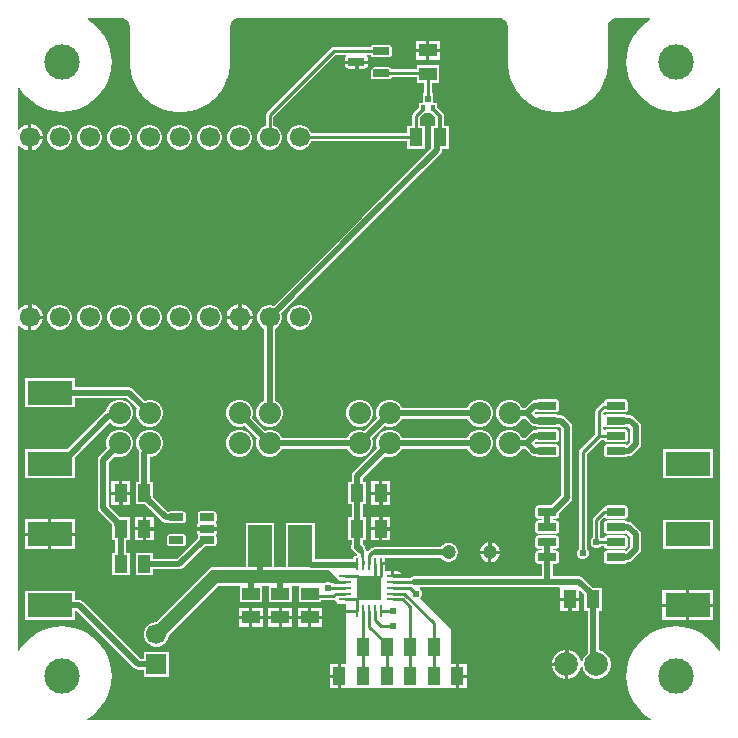
<source format=gbr>
%TF.GenerationSoftware,Altium Limited,Altium Designer,22.7.1 (60)*%
G04 Layer_Physical_Order=1*
G04 Layer_Color=255*
%FSLAX43Y43*%
%MOMM*%
%TF.SameCoordinates,DFFB733E-25EA-4B03-B04C-AB34F345C761*%
%TF.FilePolarity,Positive*%
%TF.FileFunction,Copper,L1,Top,Signal*%
%TF.Part,Single*%
G01*
G75*
%TA.AperFunction,Conductor*%
%ADD10C,0.200*%
%ADD11C,0.250*%
%TA.AperFunction,SMDPad,CuDef*%
G04:AMPARAMS|DCode=12|XSize=1.6mm|YSize=0.7mm|CornerRadius=0.018mm|HoleSize=0mm|Usage=FLASHONLY|Rotation=180.000|XOffset=0mm|YOffset=0mm|HoleType=Round|Shape=RoundedRectangle|*
%AMROUNDEDRECTD12*
21,1,1.600,0.665,0,0,180.0*
21,1,1.565,0.700,0,0,180.0*
1,1,0.035,-0.782,0.333*
1,1,0.035,0.782,0.333*
1,1,0.035,0.782,-0.333*
1,1,0.035,-0.782,-0.333*
%
%ADD12ROUNDEDRECTD12*%
%ADD13R,0.370X0.500*%
%ADD14R,0.470X0.500*%
%ADD15R,1.100X1.500*%
G04:AMPARAMS|DCode=16|XSize=0.25mm|YSize=1mm|CornerRadius=0.025mm|HoleSize=0mm|Usage=FLASHONLY|Rotation=90.000|XOffset=0mm|YOffset=0mm|HoleType=Round|Shape=RoundedRectangle|*
%AMROUNDEDRECTD16*
21,1,0.250,0.950,0,0,90.0*
21,1,0.200,1.000,0,0,90.0*
1,1,0.050,0.475,0.100*
1,1,0.050,0.475,-0.100*
1,1,0.050,-0.475,-0.100*
1,1,0.050,-0.475,0.100*
%
%ADD16ROUNDEDRECTD16*%
G04:AMPARAMS|DCode=17|XSize=0.25mm|YSize=1mm|CornerRadius=0.025mm|HoleSize=0mm|Usage=FLASHONLY|Rotation=0.000|XOffset=0mm|YOffset=0mm|HoleType=Round|Shape=RoundedRectangle|*
%AMROUNDEDRECTD17*
21,1,0.250,0.950,0,0,0.0*
21,1,0.200,1.000,0,0,0.0*
1,1,0.050,0.100,-0.475*
1,1,0.050,-0.100,-0.475*
1,1,0.050,-0.100,0.475*
1,1,0.050,0.100,0.475*
%
%ADD17ROUNDEDRECTD17*%
%ADD18R,2.050X2.050*%
G04:AMPARAMS|DCode=19|XSize=1.2mm|YSize=0.6mm|CornerRadius=0.036mm|HoleSize=0mm|Usage=FLASHONLY|Rotation=180.000|XOffset=0mm|YOffset=0mm|HoleType=Round|Shape=RoundedRectangle|*
%AMROUNDEDRECTD19*
21,1,1.200,0.528,0,0,180.0*
21,1,1.128,0.600,0,0,180.0*
1,1,0.072,-0.564,0.264*
1,1,0.072,0.564,0.264*
1,1,0.072,0.564,-0.264*
1,1,0.072,-0.564,-0.264*
%
%ADD19ROUNDEDRECTD19*%
G04:AMPARAMS|DCode=20|XSize=1.4mm|YSize=0.6mm|CornerRadius=0.045mm|HoleSize=0mm|Usage=FLASHONLY|Rotation=180.000|XOffset=0mm|YOffset=0mm|HoleType=Round|Shape=RoundedRectangle|*
%AMROUNDEDRECTD20*
21,1,1.400,0.510,0,0,180.0*
21,1,1.310,0.600,0,0,180.0*
1,1,0.090,-0.655,0.255*
1,1,0.090,0.655,0.255*
1,1,0.090,0.655,-0.255*
1,1,0.090,-0.655,-0.255*
%
%ADD20ROUNDEDRECTD20*%
%ADD21R,2.000X3.600*%
%ADD22R,1.500X1.100*%
%ADD23R,3.800X2.030*%
%TA.AperFunction,Conductor*%
%ADD24C,0.500*%
%ADD25C,0.350*%
%TA.AperFunction,ComponentPad*%
%ADD26C,2.000*%
%ADD27C,1.700*%
%ADD28R,1.700X1.700*%
%ADD29C,1.875*%
%ADD30C,1.200*%
%TA.AperFunction,WasherPad*%
%ADD31C,3.000*%
%TA.AperFunction,ViaPad*%
%ADD32C,0.610*%
G36*
X53855Y59618D02*
X53438Y59339D01*
X53024Y58976D01*
X52661Y58562D01*
X52355Y58105D01*
X52111Y57611D01*
X51934Y57089D01*
X51827Y56549D01*
X51791Y56000D01*
X51827Y55451D01*
X51934Y54911D01*
X52111Y54389D01*
X52355Y53895D01*
X52661Y53438D01*
X53024Y53024D01*
X53438Y52661D01*
X53896Y52355D01*
X54389Y52111D01*
X54911Y51934D01*
X55451Y51827D01*
X56000Y51791D01*
X56549Y51827D01*
X57089Y51934D01*
X57611Y52111D01*
X58104Y52355D01*
X58562Y52661D01*
X58976Y53024D01*
X59339Y53438D01*
X59618Y53855D01*
X59745Y53817D01*
Y6183D01*
X59618Y6145D01*
X59339Y6562D01*
X58976Y6976D01*
X58562Y7339D01*
X58104Y7645D01*
X57611Y7889D01*
X57089Y8066D01*
X56549Y8173D01*
X56000Y8209D01*
X55451Y8173D01*
X54911Y8066D01*
X54389Y7889D01*
X53896Y7645D01*
X53438Y7339D01*
X53024Y6976D01*
X52661Y6562D01*
X52355Y6104D01*
X52111Y5611D01*
X51934Y5089D01*
X51827Y4549D01*
X51791Y4000D01*
X51827Y3451D01*
X51934Y2911D01*
X52111Y2389D01*
X52355Y1895D01*
X52661Y1438D01*
X53024Y1024D01*
X53438Y661D01*
X53855Y382D01*
X53817Y255D01*
X6183D01*
X6145Y382D01*
X6562Y661D01*
X6976Y1024D01*
X7339Y1438D01*
X7645Y1895D01*
X7889Y2389D01*
X8066Y2911D01*
X8173Y3451D01*
X8209Y4000D01*
X8173Y4549D01*
X8066Y5089D01*
X7889Y5611D01*
X7645Y6104D01*
X7339Y6562D01*
X6976Y6976D01*
X6562Y7339D01*
X6105Y7645D01*
X5611Y7889D01*
X5089Y8066D01*
X4549Y8173D01*
X4000Y8209D01*
X3451Y8173D01*
X2911Y8066D01*
X2389Y7889D01*
X1895Y7645D01*
X1438Y7339D01*
X1024Y6976D01*
X661Y6562D01*
X382Y6145D01*
X255Y6183D01*
Y33685D01*
X378Y33718D01*
X387Y33702D01*
X592Y33497D01*
X844Y33351D01*
X1125Y33276D01*
X1143D01*
Y34380D01*
X1270D01*
D01*
X1143D01*
Y35484D01*
X1125D01*
X844Y35409D01*
X592Y35263D01*
X387Y35058D01*
X378Y35042D01*
X255Y35075D01*
Y48925D01*
X378Y48958D01*
X387Y48942D01*
X592Y48737D01*
X844Y48591D01*
X1125Y48516D01*
X1143D01*
Y49620D01*
Y50724D01*
X1125D01*
X844Y50649D01*
X592Y50503D01*
X387Y50298D01*
X378Y50282D01*
X255Y50315D01*
Y53817D01*
X382Y53855D01*
X661Y53438D01*
X1024Y53024D01*
X1438Y52661D01*
X1895Y52355D01*
X2389Y52111D01*
X2911Y51934D01*
X3451Y51827D01*
X4000Y51791D01*
X4549Y51827D01*
X5089Y51934D01*
X5611Y52111D01*
X6105Y52355D01*
X6562Y52661D01*
X6976Y53024D01*
X7339Y53438D01*
X7645Y53895D01*
X7889Y54389D01*
X8066Y54911D01*
X8173Y55451D01*
X8209Y56000D01*
X8173Y56549D01*
X8066Y57089D01*
X7889Y57611D01*
X7645Y58105D01*
X7339Y58562D01*
X6976Y58976D01*
X6562Y59339D01*
X6145Y59618D01*
X6183Y59745D01*
X9073D01*
X9217Y59716D01*
X9353Y59660D01*
X9475Y59579D01*
X9579Y59475D01*
X9660Y59353D01*
X9716Y59217D01*
X9745Y59073D01*
Y59000D01*
X9745Y58969D01*
X9745Y58969D01*
X9745Y58969D01*
Y56000D01*
X9746Y55996D01*
X9745Y55992D01*
X9754Y55730D01*
X9757Y55718D01*
X9756Y55705D01*
X9824Y55186D01*
X9830Y55170D01*
X9831Y55154D01*
X9966Y54648D01*
X9974Y54633D01*
X9977Y54617D01*
X10177Y54133D01*
X10186Y54119D01*
X10192Y54103D01*
X10453Y53650D01*
X10464Y53638D01*
X10472Y53623D01*
X10790Y53207D01*
X10803Y53196D01*
X10812Y53182D01*
X11182Y52812D01*
X11196Y52803D01*
X11207Y52790D01*
X11623Y52472D01*
X11638Y52464D01*
X11650Y52453D01*
X12103Y52192D01*
X12119Y52186D01*
X12133Y52177D01*
X12617Y51977D01*
X12633Y51974D01*
X12648Y51966D01*
X13154Y51831D01*
X13170Y51830D01*
X13186Y51824D01*
X13705Y51756D01*
X13718Y51757D01*
X13730Y51754D01*
X13992Y51745D01*
X14000Y51747D01*
X14008Y51745D01*
X14270Y51754D01*
X14282Y51757D01*
X14295Y51756D01*
X14814Y51824D01*
X14830Y51830D01*
X14846Y51831D01*
X15352Y51966D01*
X15367Y51974D01*
X15383Y51977D01*
X15867Y52177D01*
X15881Y52186D01*
X15897Y52192D01*
X16350Y52453D01*
X16362Y52464D01*
X16377Y52472D01*
X16793Y52790D01*
X16804Y52803D01*
X16818Y52812D01*
X17188Y53182D01*
X17197Y53196D01*
X17210Y53207D01*
X17528Y53623D01*
X17536Y53638D01*
X17547Y53650D01*
X17808Y54103D01*
X17814Y54119D01*
X17823Y54133D01*
X18023Y54617D01*
X18026Y54633D01*
X18034Y54648D01*
X18169Y55154D01*
X18170Y55170D01*
X18176Y55186D01*
X18244Y55705D01*
X18243Y55718D01*
X18246Y55730D01*
X18255Y55992D01*
X18254Y55996D01*
X18255Y56000D01*
Y59073D01*
X18284Y59217D01*
X18340Y59353D01*
X18421Y59475D01*
X18525Y59579D01*
X18647Y59660D01*
X18783Y59716D01*
X18927Y59745D01*
X41073D01*
X41217Y59716D01*
X41353Y59660D01*
X41475Y59579D01*
X41579Y59475D01*
X41660Y59353D01*
X41716Y59217D01*
X41745Y59073D01*
Y56000D01*
X41746Y55996D01*
X41745Y55992D01*
X41754Y55730D01*
X41757Y55718D01*
X41756Y55705D01*
X41824Y55186D01*
X41830Y55170D01*
X41831Y55154D01*
X41966Y54648D01*
X41974Y54633D01*
X41977Y54617D01*
X42177Y54133D01*
X42186Y54119D01*
X42192Y54103D01*
X42453Y53650D01*
X42464Y53638D01*
X42472Y53623D01*
X42790Y53207D01*
X42803Y53196D01*
X42812Y53182D01*
X43182Y52812D01*
X43196Y52803D01*
X43207Y52790D01*
X43623Y52472D01*
X43638Y52464D01*
X43650Y52453D01*
X44103Y52192D01*
X44119Y52186D01*
X44133Y52177D01*
X44617Y51977D01*
X44633Y51974D01*
X44648Y51966D01*
X45154Y51831D01*
X45170Y51830D01*
X45186Y51824D01*
X45705Y51756D01*
X45718Y51757D01*
X45730Y51754D01*
X45992Y51745D01*
X46000Y51747D01*
X46008Y51745D01*
X46270Y51754D01*
X46282Y51757D01*
X46295Y51756D01*
X46814Y51824D01*
X46830Y51830D01*
X46846Y51831D01*
X47352Y51966D01*
X47367Y51974D01*
X47383Y51977D01*
X47867Y52177D01*
X47881Y52186D01*
X47897Y52192D01*
X48350Y52453D01*
X48362Y52464D01*
X48377Y52472D01*
X48793Y52790D01*
X48804Y52803D01*
X48818Y52812D01*
X49188Y53182D01*
X49197Y53196D01*
X49210Y53207D01*
X49528Y53623D01*
X49536Y53638D01*
X49547Y53650D01*
X49808Y54103D01*
X49814Y54119D01*
X49823Y54133D01*
X50023Y54617D01*
X50026Y54633D01*
X50034Y54648D01*
X50169Y55154D01*
X50170Y55170D01*
X50176Y55186D01*
X50244Y55705D01*
X50243Y55718D01*
X50246Y55730D01*
X50255Y55992D01*
X50254Y55996D01*
X50255Y56000D01*
Y59073D01*
X50284Y59217D01*
X50340Y59353D01*
X50421Y59475D01*
X50525Y59579D01*
X50647Y59660D01*
X50783Y59716D01*
X50927Y59745D01*
X53817D01*
X53855Y59618D01*
D02*
G37*
%LPC*%
G36*
X36004Y57804D02*
X35127D01*
Y57127D01*
X36004D01*
Y57804D01*
D02*
G37*
G36*
X34873D02*
X33996D01*
Y57127D01*
X34873D01*
Y57804D01*
D02*
G37*
G36*
X31705Y57455D02*
X30395D01*
X30299Y57436D01*
X30218Y57382D01*
X30164Y57301D01*
X30160Y57281D01*
X27050D01*
X26923Y57256D01*
X26816Y57184D01*
X21356Y51724D01*
X21284Y51617D01*
X21259Y51490D01*
Y50618D01*
X21185Y50598D01*
X20945Y50460D01*
X20750Y50265D01*
X20612Y50025D01*
X20540Y49758D01*
Y49482D01*
X20612Y49215D01*
X20750Y48975D01*
X20945Y48780D01*
X21185Y48642D01*
X21452Y48570D01*
X21728D01*
X21995Y48642D01*
X22235Y48780D01*
X22430Y48975D01*
X22568Y49215D01*
X22640Y49482D01*
Y49758D01*
X22568Y50025D01*
X22430Y50265D01*
X22235Y50460D01*
X21995Y50598D01*
X21921Y50618D01*
Y51353D01*
X27187Y56619D01*
X28072D01*
X28111Y56492D01*
X28079Y56471D01*
X28013Y56372D01*
X27990Y56255D01*
Y56127D01*
X28950D01*
X29910D01*
Y56255D01*
X29887Y56372D01*
X29821Y56471D01*
X29789Y56492D01*
X29828Y56619D01*
X30160D01*
X30164Y56599D01*
X30218Y56518D01*
X30299Y56464D01*
X30395Y56445D01*
X31705D01*
X31801Y56464D01*
X31882Y56518D01*
X31936Y56599D01*
X31955Y56695D01*
Y57205D01*
X31936Y57301D01*
X31882Y57382D01*
X31801Y57436D01*
X31705Y57455D01*
D02*
G37*
G36*
X36004Y56873D02*
X35127D01*
Y56196D01*
X36004D01*
Y56873D01*
D02*
G37*
G36*
X34873D02*
X33996D01*
Y56196D01*
X34873D01*
Y56873D01*
D02*
G37*
G36*
X29910Y55873D02*
X29077D01*
Y55440D01*
X29605D01*
X29722Y55463D01*
X29821Y55529D01*
X29887Y55628D01*
X29910Y55745D01*
Y55873D01*
D02*
G37*
G36*
X28823D02*
X27990D01*
Y55745D01*
X28013Y55628D01*
X28079Y55529D01*
X28178Y55463D01*
X28295Y55440D01*
X28823D01*
Y55873D01*
D02*
G37*
G36*
X35950Y55750D02*
X34050D01*
Y55381D01*
X31940D01*
X31936Y55401D01*
X31882Y55482D01*
X31801Y55536D01*
X31705Y55555D01*
X30395D01*
X30299Y55536D01*
X30218Y55482D01*
X30164Y55401D01*
X30145Y55305D01*
Y54795D01*
X30164Y54699D01*
X30218Y54618D01*
X30299Y54564D01*
X30395Y54545D01*
X31705D01*
X31801Y54564D01*
X31882Y54618D01*
X31936Y54699D01*
X31940Y54719D01*
X34050D01*
Y54250D01*
X34669D01*
Y53350D01*
X34565D01*
Y52550D01*
X34215D01*
Y52119D01*
X33766Y51669D01*
X33694Y51562D01*
X33669Y51435D01*
Y50570D01*
X33250D01*
Y49951D01*
X25128D01*
X25108Y50025D01*
X24970Y50265D01*
X24775Y50460D01*
X24535Y50598D01*
X24268Y50670D01*
X23992D01*
X23725Y50598D01*
X23485Y50460D01*
X23290Y50265D01*
X23152Y50025D01*
X23080Y49758D01*
Y49482D01*
X23152Y49215D01*
X23290Y48975D01*
X23485Y48780D01*
X23725Y48642D01*
X23992Y48570D01*
X24268D01*
X24535Y48642D01*
X24775Y48780D01*
X24970Y48975D01*
X25108Y49215D01*
X25128Y49289D01*
X33250D01*
Y48670D01*
X34750D01*
Y50570D01*
X34331D01*
Y51298D01*
X34684Y51650D01*
X34985D01*
Y51650D01*
X35015D01*
Y51650D01*
X35244D01*
X35618Y51277D01*
Y50570D01*
X35250D01*
Y48689D01*
X29386Y42824D01*
X29386Y42824D01*
X21936Y35374D01*
X21728Y35430D01*
X21452D01*
X21185Y35358D01*
X20945Y35220D01*
X20750Y35025D01*
X20612Y34785D01*
X20540Y34518D01*
Y34242D01*
X20612Y33975D01*
X20750Y33735D01*
X20945Y33540D01*
X21131Y33432D01*
Y27319D01*
X20892Y27180D01*
X20680Y26968D01*
X20530Y26709D01*
X20452Y26420D01*
Y26120D01*
X20530Y25831D01*
X20680Y25572D01*
X20892Y25360D01*
X21151Y25210D01*
X21440Y25132D01*
X21740D01*
X22029Y25210D01*
X22288Y25360D01*
X22500Y25572D01*
X22650Y25831D01*
X22728Y26120D01*
Y26420D01*
X22650Y26709D01*
X22500Y26968D01*
X22288Y27180D01*
X22049Y27319D01*
Y33432D01*
X22235Y33540D01*
X22430Y33735D01*
X22568Y33975D01*
X22640Y34242D01*
Y34518D01*
X22584Y34726D01*
X30034Y42176D01*
X30034Y42176D01*
X36059Y48200D01*
X36159Y48349D01*
X36194Y48525D01*
Y48670D01*
X36750D01*
Y50570D01*
X36382D01*
Y51435D01*
X36353Y51581D01*
X36270Y51705D01*
X35785Y52191D01*
Y52550D01*
X35435D01*
Y53350D01*
X35331D01*
Y54250D01*
X35950D01*
Y55750D01*
D02*
G37*
G36*
X1415Y50724D02*
X1397D01*
Y49747D01*
X2374D01*
Y49765D01*
X2299Y50046D01*
X2153Y50298D01*
X1948Y50503D01*
X1696Y50649D01*
X1415Y50724D01*
D02*
G37*
G36*
X19188Y50670D02*
X18912D01*
X18645Y50598D01*
X18405Y50460D01*
X18210Y50265D01*
X18072Y50025D01*
X18000Y49758D01*
Y49482D01*
X18072Y49215D01*
X18210Y48975D01*
X18405Y48780D01*
X18645Y48642D01*
X18912Y48570D01*
X19188D01*
X19455Y48642D01*
X19695Y48780D01*
X19890Y48975D01*
X20028Y49215D01*
X20100Y49482D01*
Y49758D01*
X20028Y50025D01*
X19890Y50265D01*
X19695Y50460D01*
X19455Y50598D01*
X19188Y50670D01*
D02*
G37*
G36*
X16648D02*
X16372D01*
X16105Y50598D01*
X15865Y50460D01*
X15670Y50265D01*
X15532Y50025D01*
X15460Y49758D01*
Y49482D01*
X15532Y49215D01*
X15670Y48975D01*
X15865Y48780D01*
X16105Y48642D01*
X16372Y48570D01*
X16648D01*
X16915Y48642D01*
X17155Y48780D01*
X17350Y48975D01*
X17488Y49215D01*
X17560Y49482D01*
Y49758D01*
X17488Y50025D01*
X17350Y50265D01*
X17155Y50460D01*
X16915Y50598D01*
X16648Y50670D01*
D02*
G37*
G36*
X14108D02*
X13832D01*
X13565Y50598D01*
X13325Y50460D01*
X13130Y50265D01*
X12992Y50025D01*
X12920Y49758D01*
Y49482D01*
X12992Y49215D01*
X13130Y48975D01*
X13325Y48780D01*
X13565Y48642D01*
X13832Y48570D01*
X14108D01*
X14375Y48642D01*
X14615Y48780D01*
X14810Y48975D01*
X14948Y49215D01*
X15020Y49482D01*
Y49758D01*
X14948Y50025D01*
X14810Y50265D01*
X14615Y50460D01*
X14375Y50598D01*
X14108Y50670D01*
D02*
G37*
G36*
X11568D02*
X11292D01*
X11025Y50598D01*
X10785Y50460D01*
X10590Y50265D01*
X10452Y50025D01*
X10380Y49758D01*
Y49482D01*
X10452Y49215D01*
X10590Y48975D01*
X10785Y48780D01*
X11025Y48642D01*
X11292Y48570D01*
X11568D01*
X11835Y48642D01*
X12075Y48780D01*
X12270Y48975D01*
X12408Y49215D01*
X12480Y49482D01*
Y49758D01*
X12408Y50025D01*
X12270Y50265D01*
X12075Y50460D01*
X11835Y50598D01*
X11568Y50670D01*
D02*
G37*
G36*
X9028D02*
X8752D01*
X8485Y50598D01*
X8245Y50460D01*
X8050Y50265D01*
X7912Y50025D01*
X7840Y49758D01*
Y49482D01*
X7912Y49215D01*
X8050Y48975D01*
X8245Y48780D01*
X8485Y48642D01*
X8752Y48570D01*
X9028D01*
X9295Y48642D01*
X9535Y48780D01*
X9730Y48975D01*
X9868Y49215D01*
X9940Y49482D01*
Y49758D01*
X9868Y50025D01*
X9730Y50265D01*
X9535Y50460D01*
X9295Y50598D01*
X9028Y50670D01*
D02*
G37*
G36*
X6488D02*
X6212D01*
X5945Y50598D01*
X5705Y50460D01*
X5510Y50265D01*
X5372Y50025D01*
X5300Y49758D01*
Y49482D01*
X5372Y49215D01*
X5510Y48975D01*
X5705Y48780D01*
X5945Y48642D01*
X6212Y48570D01*
X6488D01*
X6755Y48642D01*
X6995Y48780D01*
X7190Y48975D01*
X7328Y49215D01*
X7400Y49482D01*
Y49758D01*
X7328Y50025D01*
X7190Y50265D01*
X6995Y50460D01*
X6755Y50598D01*
X6488Y50670D01*
D02*
G37*
G36*
X3948D02*
X3672D01*
X3405Y50598D01*
X3165Y50460D01*
X2970Y50265D01*
X2832Y50025D01*
X2760Y49758D01*
Y49482D01*
X2832Y49215D01*
X2970Y48975D01*
X3165Y48780D01*
X3405Y48642D01*
X3672Y48570D01*
X3948D01*
X4215Y48642D01*
X4455Y48780D01*
X4650Y48975D01*
X4788Y49215D01*
X4860Y49482D01*
Y49758D01*
X4788Y50025D01*
X4650Y50265D01*
X4455Y50460D01*
X4215Y50598D01*
X3948Y50670D01*
D02*
G37*
G36*
X2374Y49493D02*
X1397D01*
Y48516D01*
X1415D01*
X1696Y48591D01*
X1948Y48737D01*
X2153Y48942D01*
X2299Y49194D01*
X2374Y49475D01*
Y49493D01*
D02*
G37*
G36*
X19195Y35484D02*
X19177D01*
Y34507D01*
X20154D01*
Y34525D01*
X20079Y34806D01*
X19933Y35058D01*
X19728Y35263D01*
X19476Y35409D01*
X19195Y35484D01*
D02*
G37*
G36*
X1415D02*
X1397D01*
Y34507D01*
X2374D01*
Y34525D01*
X2299Y34806D01*
X2153Y35058D01*
X1948Y35263D01*
X1696Y35409D01*
X1415Y35484D01*
D02*
G37*
G36*
X18923D02*
X18905D01*
X18624Y35409D01*
X18372Y35263D01*
X18167Y35058D01*
X18021Y34806D01*
X17946Y34525D01*
Y34507D01*
X18923D01*
Y35484D01*
D02*
G37*
G36*
X24268Y35430D02*
X23992D01*
X23725Y35358D01*
X23485Y35220D01*
X23290Y35025D01*
X23152Y34785D01*
X23080Y34518D01*
Y34242D01*
X23152Y33975D01*
X23290Y33735D01*
X23485Y33540D01*
X23725Y33402D01*
X23992Y33330D01*
X24268D01*
X24535Y33402D01*
X24775Y33540D01*
X24970Y33735D01*
X25108Y33975D01*
X25180Y34242D01*
Y34518D01*
X25108Y34785D01*
X24970Y35025D01*
X24775Y35220D01*
X24535Y35358D01*
X24268Y35430D01*
D02*
G37*
G36*
X16648D02*
X16372D01*
X16105Y35358D01*
X15865Y35220D01*
X15670Y35025D01*
X15532Y34785D01*
X15460Y34518D01*
Y34242D01*
X15532Y33975D01*
X15670Y33735D01*
X15865Y33540D01*
X16105Y33402D01*
X16372Y33330D01*
X16648D01*
X16915Y33402D01*
X17155Y33540D01*
X17350Y33735D01*
X17488Y33975D01*
X17560Y34242D01*
Y34518D01*
X17488Y34785D01*
X17350Y35025D01*
X17155Y35220D01*
X16915Y35358D01*
X16648Y35430D01*
D02*
G37*
G36*
X14108D02*
X13832D01*
X13565Y35358D01*
X13325Y35220D01*
X13130Y35025D01*
X12992Y34785D01*
X12920Y34518D01*
Y34242D01*
X12992Y33975D01*
X13130Y33735D01*
X13325Y33540D01*
X13565Y33402D01*
X13832Y33330D01*
X14108D01*
X14375Y33402D01*
X14615Y33540D01*
X14810Y33735D01*
X14948Y33975D01*
X15020Y34242D01*
Y34518D01*
X14948Y34785D01*
X14810Y35025D01*
X14615Y35220D01*
X14375Y35358D01*
X14108Y35430D01*
D02*
G37*
G36*
X11568D02*
X11292D01*
X11025Y35358D01*
X10785Y35220D01*
X10590Y35025D01*
X10452Y34785D01*
X10380Y34518D01*
Y34242D01*
X10452Y33975D01*
X10590Y33735D01*
X10785Y33540D01*
X11025Y33402D01*
X11292Y33330D01*
X11568D01*
X11835Y33402D01*
X12075Y33540D01*
X12270Y33735D01*
X12408Y33975D01*
X12480Y34242D01*
Y34518D01*
X12408Y34785D01*
X12270Y35025D01*
X12075Y35220D01*
X11835Y35358D01*
X11568Y35430D01*
D02*
G37*
G36*
X9028D02*
X8752D01*
X8485Y35358D01*
X8245Y35220D01*
X8050Y35025D01*
X7912Y34785D01*
X7840Y34518D01*
Y34242D01*
X7912Y33975D01*
X8050Y33735D01*
X8245Y33540D01*
X8485Y33402D01*
X8752Y33330D01*
X9028D01*
X9295Y33402D01*
X9535Y33540D01*
X9730Y33735D01*
X9868Y33975D01*
X9940Y34242D01*
Y34518D01*
X9868Y34785D01*
X9730Y35025D01*
X9535Y35220D01*
X9295Y35358D01*
X9028Y35430D01*
D02*
G37*
G36*
X6488D02*
X6212D01*
X5945Y35358D01*
X5705Y35220D01*
X5510Y35025D01*
X5372Y34785D01*
X5300Y34518D01*
Y34242D01*
X5372Y33975D01*
X5510Y33735D01*
X5705Y33540D01*
X5945Y33402D01*
X6212Y33330D01*
X6488D01*
X6755Y33402D01*
X6995Y33540D01*
X7190Y33735D01*
X7328Y33975D01*
X7400Y34242D01*
Y34518D01*
X7328Y34785D01*
X7190Y35025D01*
X6995Y35220D01*
X6755Y35358D01*
X6488Y35430D01*
D02*
G37*
G36*
X3948D02*
X3672D01*
X3405Y35358D01*
X3165Y35220D01*
X2970Y35025D01*
X2832Y34785D01*
X2760Y34518D01*
Y34242D01*
X2832Y33975D01*
X2970Y33735D01*
X3165Y33540D01*
X3405Y33402D01*
X3672Y33330D01*
X3948D01*
X4215Y33402D01*
X4455Y33540D01*
X4650Y33735D01*
X4788Y33975D01*
X4860Y34242D01*
Y34518D01*
X4788Y34785D01*
X4650Y35025D01*
X4455Y35220D01*
X4215Y35358D01*
X3948Y35430D01*
D02*
G37*
G36*
X20154Y34253D02*
X19177D01*
Y33276D01*
X19195D01*
X19476Y33351D01*
X19728Y33497D01*
X19933Y33702D01*
X20079Y33954D01*
X20154Y34235D01*
Y34253D01*
D02*
G37*
G36*
X18923D02*
X17946D01*
Y34235D01*
X18021Y33954D01*
X18167Y33702D01*
X18372Y33497D01*
X18624Y33351D01*
X18905Y33276D01*
X18923D01*
Y34253D01*
D02*
G37*
G36*
X2374D02*
X1397D01*
Y33276D01*
X1415D01*
X1696Y33351D01*
X1948Y33497D01*
X2153Y33702D01*
X2299Y33954D01*
X2374Y34235D01*
Y34253D01*
D02*
G37*
G36*
X45882Y27459D02*
X44318D01*
X44233Y27442D01*
X44161Y27394D01*
X44140Y27364D01*
X44010D01*
X43835Y27329D01*
X43686Y27229D01*
X43185Y26729D01*
X42959D01*
X42820Y26968D01*
X42608Y27180D01*
X42349Y27330D01*
X42060Y27407D01*
X41760D01*
X41471Y27330D01*
X41212Y27180D01*
X41000Y26968D01*
X40850Y26709D01*
X40772Y26420D01*
Y26120D01*
X40850Y25831D01*
X41000Y25572D01*
X41212Y25360D01*
X41471Y25210D01*
X41760Y25132D01*
X42060D01*
X42349Y25210D01*
X42608Y25360D01*
X42820Y25572D01*
X42959Y25811D01*
X43185D01*
X43686Y25311D01*
X43835Y25211D01*
X44010Y25176D01*
X44140D01*
X44161Y25146D01*
X44233Y25098D01*
X44318Y25081D01*
X45882D01*
X45967Y25098D01*
X46039Y25146D01*
X46083Y25150D01*
X46291Y24942D01*
Y19295D01*
X45455Y18459D01*
X44318D01*
X44233Y18442D01*
X44161Y18394D01*
X44113Y18322D01*
X44096Y18237D01*
Y17573D01*
X44113Y17488D01*
X44161Y17416D01*
X44233Y17368D01*
X44318Y17351D01*
X44641D01*
Y17189D01*
X44318D01*
X44233Y17172D01*
X44161Y17124D01*
X44113Y17052D01*
X44096Y16968D01*
Y16302D01*
X44113Y16218D01*
X44161Y16146D01*
X44233Y16098D01*
X44318Y16081D01*
X45882D01*
X45967Y16098D01*
X46039Y16146D01*
X46087Y16218D01*
X46104Y16302D01*
Y16968D01*
X46087Y17052D01*
X46039Y17124D01*
X45967Y17172D01*
X45882Y17189D01*
X45559D01*
Y17351D01*
X45882D01*
X45967Y17368D01*
X46039Y17416D01*
X46087Y17488D01*
X46104Y17573D01*
Y17810D01*
X47074Y18781D01*
X47174Y18929D01*
X47209Y19105D01*
Y25132D01*
X47174Y25308D01*
X47074Y25456D01*
X46571Y25959D01*
X46423Y26059D01*
X46247Y26094D01*
X46060D01*
X46039Y26124D01*
X45967Y26172D01*
X45882Y26189D01*
X44318D01*
X44233Y26172D01*
X44166Y26128D01*
X44024Y26270D01*
X44166Y26412D01*
X44233Y26368D01*
X44318Y26351D01*
X45882D01*
X45967Y26368D01*
X46039Y26416D01*
X46087Y26488D01*
X46104Y26573D01*
Y27237D01*
X46087Y27322D01*
X46039Y27394D01*
X45967Y27442D01*
X45882Y27459D01*
D02*
G37*
G36*
X39520Y27407D02*
X39220D01*
X38931Y27330D01*
X38672Y27180D01*
X38460Y26968D01*
X38321Y26729D01*
X32799D01*
X32660Y26968D01*
X32448Y27180D01*
X32189Y27330D01*
X31900Y27407D01*
X31600D01*
X31311Y27330D01*
X31052Y27180D01*
X30840Y26968D01*
X30690Y26709D01*
X30612Y26420D01*
Y26120D01*
X30684Y25853D01*
X29627Y24796D01*
X29360Y24868D01*
X29060D01*
X28771Y24790D01*
X28512Y24640D01*
X28300Y24428D01*
X28161Y24189D01*
X22639D01*
X22500Y24428D01*
X22288Y24640D01*
X22029Y24790D01*
X21740Y24868D01*
X21440D01*
X21173Y24796D01*
X20116Y25853D01*
X20188Y26120D01*
Y26420D01*
X20110Y26709D01*
X19960Y26968D01*
X19748Y27180D01*
X19489Y27330D01*
X19200Y27407D01*
X18900D01*
X18611Y27330D01*
X18352Y27180D01*
X18140Y26968D01*
X17990Y26709D01*
X17913Y26420D01*
Y26120D01*
X17990Y25831D01*
X18140Y25572D01*
X18352Y25360D01*
X18611Y25210D01*
X18900Y25132D01*
X19200D01*
X19467Y25204D01*
X20524Y24147D01*
X20452Y23880D01*
Y23580D01*
X20530Y23291D01*
X20680Y23032D01*
X20892Y22820D01*
X21151Y22670D01*
X21440Y22593D01*
X21740D01*
X22029Y22670D01*
X22288Y22820D01*
X22500Y23032D01*
X22639Y23271D01*
X28161D01*
X28300Y23032D01*
X28512Y22820D01*
X28771Y22670D01*
X29060Y22593D01*
X29360D01*
X29649Y22670D01*
X29908Y22820D01*
X30120Y23032D01*
X30270Y23291D01*
X30347Y23580D01*
Y23880D01*
X30276Y24147D01*
X31333Y25204D01*
X31600Y25132D01*
X31900D01*
X32189Y25210D01*
X32448Y25360D01*
X32660Y25572D01*
X32799Y25811D01*
X38321D01*
X38460Y25572D01*
X38672Y25360D01*
X38931Y25210D01*
X39220Y25132D01*
X39520D01*
X39809Y25210D01*
X40068Y25360D01*
X40280Y25572D01*
X40430Y25831D01*
X40507Y26120D01*
Y26420D01*
X40430Y26709D01*
X40280Y26968D01*
X40068Y27180D01*
X39809Y27330D01*
X39520Y27407D01*
D02*
G37*
G36*
X51682Y27459D02*
X50118D01*
X50033Y27442D01*
X49961Y27394D01*
X49913Y27322D01*
X49896Y27237D01*
Y27119D01*
X49871D01*
X49745Y27094D01*
X49637Y27022D01*
X49266Y26650D01*
X49194Y26543D01*
X49169Y26416D01*
Y24502D01*
X47866Y23199D01*
X47794Y23092D01*
X47769Y22965D01*
Y14783D01*
X47672Y14686D01*
X47595Y14500D01*
Y14300D01*
X47672Y14114D01*
X47814Y13972D01*
X48000Y13895D01*
X48200D01*
X48386Y13972D01*
X48528Y14114D01*
X48605Y14300D01*
Y14500D01*
X48528Y14686D01*
X48431Y14783D01*
Y22828D01*
X49637Y24034D01*
X49896D01*
Y24032D01*
X49913Y23948D01*
X49961Y23876D01*
X50033Y23828D01*
X50118Y23811D01*
X51682D01*
X51767Y23828D01*
X51839Y23876D01*
X51887Y23948D01*
X51904Y24032D01*
Y24698D01*
X51887Y24782D01*
X51839Y24854D01*
X51767Y24902D01*
X51682Y24919D01*
X50118D01*
X50033Y24902D01*
X49961Y24854D01*
X49958Y24851D01*
X49831Y24889D01*
Y25111D01*
X49958Y25149D01*
X49961Y25146D01*
X50033Y25098D01*
X50118Y25081D01*
X51682D01*
X51767Y25098D01*
X51839Y25146D01*
X51966Y25109D01*
X52119Y24956D01*
Y23812D01*
X51952Y23645D01*
X51839Y23584D01*
X51767Y23632D01*
X51682Y23649D01*
X50118D01*
X50033Y23632D01*
X49961Y23584D01*
X49913Y23512D01*
X49896Y23427D01*
Y22763D01*
X49913Y22678D01*
X49961Y22606D01*
X50033Y22558D01*
X50118Y22541D01*
X51682D01*
X51767Y22558D01*
X51839Y22606D01*
X51860Y22636D01*
X52051D01*
X52227Y22671D01*
X52375Y22771D01*
X52902Y23298D01*
X53002Y23446D01*
X53037Y23622D01*
Y25146D01*
X53002Y25322D01*
X52902Y25470D01*
X52413Y25959D01*
X52265Y26059D01*
X52089Y26094D01*
X51860D01*
X51839Y26124D01*
X51767Y26172D01*
X51682Y26189D01*
X50118D01*
X50033Y26172D01*
X49961Y26124D01*
X49958Y26121D01*
X49831Y26159D01*
Y26279D01*
X49965Y26413D01*
X50033Y26368D01*
X50118Y26351D01*
X51682D01*
X51767Y26368D01*
X51839Y26416D01*
X51887Y26488D01*
X51904Y26573D01*
Y27237D01*
X51887Y27322D01*
X51839Y27394D01*
X51767Y27442D01*
X51682Y27459D01*
D02*
G37*
G36*
X29360Y27407D02*
X29060D01*
X28771Y27330D01*
X28512Y27180D01*
X28300Y26968D01*
X28150Y26709D01*
X28073Y26420D01*
Y26120D01*
X28150Y25831D01*
X28300Y25572D01*
X28512Y25360D01*
X28771Y25210D01*
X29060Y25132D01*
X29360D01*
X29649Y25210D01*
X29908Y25360D01*
X30120Y25572D01*
X30270Y25831D01*
X30347Y26120D01*
Y26420D01*
X30270Y26709D01*
X30120Y26968D01*
X29908Y27180D01*
X29649Y27330D01*
X29360Y27407D01*
D02*
G37*
G36*
X5100Y29215D02*
X900D01*
Y26785D01*
X5100D01*
Y27541D01*
X9510D01*
X10364Y26687D01*
X10292Y26420D01*
Y26120D01*
X10370Y25831D01*
X10520Y25572D01*
X10732Y25360D01*
X10991Y25210D01*
X11280Y25132D01*
X11580D01*
X11869Y25210D01*
X12128Y25360D01*
X12340Y25572D01*
X12490Y25831D01*
X12568Y26120D01*
Y26420D01*
X12490Y26709D01*
X12340Y26968D01*
X12128Y27180D01*
X11869Y27330D01*
X11580Y27407D01*
X11280D01*
X11013Y27336D01*
X10024Y28324D01*
X9876Y28424D01*
X9700Y28459D01*
X5100D01*
Y29215D01*
D02*
G37*
G36*
X9040Y27407D02*
X8740D01*
X8451Y27330D01*
X8192Y27180D01*
X7980Y26968D01*
X7830Y26709D01*
X7757Y26436D01*
X7731Y26431D01*
X7582Y26331D01*
X4475Y23224D01*
X3765D01*
X3721Y23215D01*
X900D01*
Y20785D01*
X5100D01*
Y22551D01*
X8050Y25501D01*
X8192Y25360D01*
X8451Y25210D01*
X8740Y25132D01*
X9040D01*
X9329Y25210D01*
X9588Y25360D01*
X9800Y25572D01*
X9950Y25831D01*
X10028Y26120D01*
Y26420D01*
X9950Y26709D01*
X9800Y26968D01*
X9588Y27180D01*
X9329Y27330D01*
X9040Y27407D01*
D02*
G37*
G36*
X45882Y24919D02*
X44318D01*
X44233Y24902D01*
X44161Y24854D01*
X44140Y24824D01*
X44010D01*
X43835Y24789D01*
X43686Y24689D01*
X43185Y24189D01*
X42959D01*
X42820Y24428D01*
X42608Y24640D01*
X42349Y24790D01*
X42060Y24868D01*
X41760D01*
X41471Y24790D01*
X41212Y24640D01*
X41000Y24428D01*
X40850Y24169D01*
X40772Y23880D01*
Y23580D01*
X40850Y23291D01*
X41000Y23032D01*
X41212Y22820D01*
X41471Y22670D01*
X41760Y22593D01*
X42060D01*
X42349Y22670D01*
X42608Y22820D01*
X42820Y23032D01*
X42959Y23271D01*
X43185D01*
X43686Y22771D01*
X43835Y22671D01*
X44010Y22636D01*
X44140D01*
X44161Y22606D01*
X44233Y22558D01*
X44318Y22541D01*
X45882D01*
X45967Y22558D01*
X46039Y22606D01*
X46087Y22678D01*
X46104Y22763D01*
Y23427D01*
X46087Y23512D01*
X46039Y23584D01*
X45967Y23632D01*
X45882Y23649D01*
X44318D01*
X44233Y23632D01*
X44166Y23588D01*
X44024Y23730D01*
X44166Y23872D01*
X44233Y23828D01*
X44318Y23811D01*
X45882D01*
X45967Y23828D01*
X46039Y23876D01*
X46087Y23948D01*
X46104Y24032D01*
Y24698D01*
X46087Y24782D01*
X46039Y24854D01*
X45967Y24902D01*
X45882Y24919D01*
D02*
G37*
G36*
X39520Y24868D02*
X39220D01*
X38931Y24790D01*
X38672Y24640D01*
X38460Y24428D01*
X38321Y24189D01*
X32799D01*
X32660Y24428D01*
X32448Y24640D01*
X32189Y24790D01*
X31900Y24868D01*
X31600D01*
X31311Y24790D01*
X31052Y24640D01*
X30840Y24428D01*
X30690Y24169D01*
X30612Y23880D01*
Y23580D01*
X30684Y23313D01*
X28675Y21304D01*
X28576Y21155D01*
X28541Y20980D01*
Y20450D01*
X28250D01*
Y18550D01*
X28541D01*
Y17450D01*
X28250D01*
Y15550D01*
X28541D01*
Y15212D01*
X28495Y15101D01*
Y14900D01*
X28572Y14714D01*
X28714Y14572D01*
X28770Y14549D01*
X29003Y14331D01*
X28964Y14219D01*
X28951Y14204D01*
X28900D01*
X28812Y14187D01*
X28738Y14137D01*
X28688Y14063D01*
X28671Y13975D01*
Y13904D01*
X25400D01*
Y17000D01*
X23000D01*
Y13204D01*
X22000D01*
Y17000D01*
X19600D01*
Y13204D01*
X16650D01*
X16572Y13188D01*
X16506Y13144D01*
X16506Y13144D01*
X11952Y8590D01*
X11862D01*
X11595Y8518D01*
X11355Y8380D01*
X11160Y8185D01*
X11022Y7945D01*
X10950Y7678D01*
Y7402D01*
X11022Y7135D01*
X11160Y6895D01*
X11355Y6700D01*
X11595Y6562D01*
X11862Y6490D01*
X12138D01*
X12405Y6562D01*
X12645Y6700D01*
X12840Y6895D01*
X12978Y7135D01*
X13050Y7402D01*
Y7512D01*
X17209Y11671D01*
X19050D01*
Y10250D01*
X20950D01*
Y11671D01*
X21550D01*
Y10250D01*
X23450D01*
Y11671D01*
X24050D01*
Y10250D01*
X25950D01*
Y10419D01*
X27000D01*
X27114Y10441D01*
X27149Y10434D01*
X27246Y10371D01*
X27262Y10291D01*
X27324Y10199D01*
X27416Y10137D01*
X27525Y10116D01*
X28050D01*
X28050Y5094D01*
X27960Y5004D01*
X27627D01*
Y4000D01*
Y2996D01*
X28304D01*
Y3000D01*
X36692Y3000D01*
X36696Y2996D01*
Y2996D01*
X37373D01*
Y4000D01*
Y5004D01*
X36950D01*
Y8025D01*
X34345Y10630D01*
X34428Y10714D01*
X34505Y10900D01*
Y11100D01*
X34428Y11286D01*
X34300Y11414D01*
X34310Y11480D01*
X34339Y11541D01*
X46084D01*
X46196Y11504D01*
Y10627D01*
X47000D01*
X47804D01*
Y11181D01*
X47921Y11230D01*
X48241Y10910D01*
Y10800D01*
X48250Y10756D01*
Y9550D01*
X48541D01*
Y5965D01*
X48533Y5960D01*
X48310Y5737D01*
X48152Y5463D01*
X48094Y5246D01*
X47962D01*
X47899Y5484D01*
X47733Y5770D01*
X47500Y6003D01*
X47214Y6169D01*
X46895Y6254D01*
X46857D01*
Y5000D01*
Y3746D01*
X46895D01*
X47214Y3831D01*
X47500Y3997D01*
X47733Y4230D01*
X47899Y4516D01*
X47962Y4754D01*
X48094D01*
X48152Y4537D01*
X48310Y4263D01*
X48533Y4040D01*
X48807Y3882D01*
X49112Y3800D01*
X49428D01*
X49733Y3882D01*
X50007Y4040D01*
X50230Y4263D01*
X50388Y4537D01*
X50470Y4842D01*
Y5158D01*
X50388Y5463D01*
X50230Y5737D01*
X50007Y5960D01*
X49733Y6118D01*
X49459Y6192D01*
Y9550D01*
X49750D01*
Y11450D01*
X48999D01*
X48124Y12324D01*
X47976Y12424D01*
X47800Y12459D01*
X45559D01*
Y13541D01*
X45882D01*
X45967Y13558D01*
X46039Y13606D01*
X46087Y13678D01*
X46104Y13762D01*
Y14427D01*
X46087Y14512D01*
X46039Y14584D01*
X45967Y14632D01*
X45882Y14649D01*
X45559D01*
Y14811D01*
X45882D01*
X45967Y14828D01*
X46039Y14876D01*
X46087Y14948D01*
X46104Y15033D01*
Y15698D01*
X46087Y15782D01*
X46039Y15854D01*
X45967Y15902D01*
X45882Y15919D01*
X44318D01*
X44233Y15902D01*
X44161Y15854D01*
X44113Y15782D01*
X44096Y15698D01*
Y15033D01*
X44113Y14948D01*
X44161Y14876D01*
X44233Y14828D01*
X44318Y14811D01*
X44641D01*
Y14649D01*
X44318D01*
X44233Y14632D01*
X44161Y14584D01*
X44113Y14512D01*
X44096Y14427D01*
Y13762D01*
X44113Y13678D01*
X44161Y13606D01*
X44233Y13558D01*
X44318Y13541D01*
X44641D01*
Y12459D01*
X33800D01*
X33624Y12424D01*
X33486Y12331D01*
X32816D01*
X32782Y12373D01*
X32000D01*
Y12500D01*
X31873D01*
Y12884D01*
X31525D01*
X31476Y12875D01*
X31375Y12976D01*
X31384Y13025D01*
Y13373D01*
X31000D01*
Y13627D01*
X31384D01*
Y13975D01*
X31443Y14046D01*
X36088D01*
X36110Y14009D01*
X36259Y13860D01*
X36441Y13755D01*
X36645Y13700D01*
X36855D01*
X37059Y13755D01*
X37241Y13860D01*
X37390Y14009D01*
X37495Y14191D01*
X37550Y14395D01*
Y14605D01*
X37495Y14809D01*
X37390Y14991D01*
X37241Y15140D01*
X37059Y15245D01*
X36855Y15300D01*
X36645D01*
X36441Y15245D01*
X36259Y15140D01*
X36110Y14991D01*
X36088Y14954D01*
X30807Y14954D01*
X30730Y14960D01*
X30710Y14957D01*
X30690Y14959D01*
X30521Y14937D01*
X30502Y14931D01*
X30482Y14929D01*
X30320Y14875D01*
X30303Y14865D01*
X30284Y14859D01*
X30135Y14775D01*
X30120Y14761D01*
X30103Y14752D01*
X29974Y14640D01*
X29962Y14624D01*
X29946Y14611D01*
X29921Y14579D01*
X29785Y14611D01*
X29774Y14669D01*
X29766Y14689D01*
X29761Y14710D01*
X29651Y14964D01*
X29639Y14982D01*
X29629Y15002D01*
X29468Y15226D01*
X29459Y15235D01*
Y15550D01*
X29750D01*
Y17450D01*
X29459D01*
Y18550D01*
X29750D01*
Y20450D01*
X29459D01*
Y20790D01*
X31333Y22664D01*
X31600Y22593D01*
X31900D01*
X32189Y22670D01*
X32448Y22820D01*
X32660Y23032D01*
X32799Y23271D01*
X38321D01*
X38460Y23032D01*
X38672Y22820D01*
X38931Y22670D01*
X39220Y22593D01*
X39520D01*
X39809Y22670D01*
X40068Y22820D01*
X40280Y23032D01*
X40430Y23291D01*
X40507Y23580D01*
Y23880D01*
X40430Y24169D01*
X40280Y24428D01*
X40068Y24640D01*
X39809Y24790D01*
X39520Y24868D01*
D02*
G37*
G36*
X19200D02*
X18900D01*
X18611Y24790D01*
X18352Y24640D01*
X18140Y24428D01*
X17990Y24169D01*
X17913Y23880D01*
Y23580D01*
X17990Y23291D01*
X18140Y23032D01*
X18352Y22820D01*
X18611Y22670D01*
X18900Y22593D01*
X19200D01*
X19489Y22670D01*
X19748Y22820D01*
X19960Y23032D01*
X20110Y23291D01*
X20188Y23580D01*
Y23880D01*
X20110Y24169D01*
X19960Y24428D01*
X19748Y24640D01*
X19489Y24790D01*
X19200Y24868D01*
D02*
G37*
G36*
X9040D02*
X8740D01*
X8451Y24790D01*
X8192Y24640D01*
X7980Y24428D01*
X7830Y24169D01*
X7753Y23880D01*
Y23580D01*
X7824Y23313D01*
X7176Y22664D01*
X7076Y22516D01*
X7041Y22340D01*
Y18250D01*
X7076Y18074D01*
X7176Y17926D01*
X8241Y16860D01*
Y16800D01*
X8250Y16756D01*
Y15550D01*
X8541D01*
Y14450D01*
X8250D01*
Y12550D01*
X9750D01*
Y14450D01*
X9459D01*
Y15550D01*
X9750D01*
Y17450D01*
X8949D01*
X7959Y18440D01*
Y22150D01*
X8473Y22664D01*
X8740Y22593D01*
X9040D01*
X9329Y22670D01*
X9588Y22820D01*
X9800Y23032D01*
X9950Y23291D01*
X10028Y23580D01*
Y23880D01*
X9950Y24169D01*
X9800Y24428D01*
X9588Y24640D01*
X9329Y24790D01*
X9040Y24868D01*
D02*
G37*
G36*
X59100Y23215D02*
X54900D01*
Y20785D01*
X59100D01*
Y23215D01*
D02*
G37*
G36*
X9804Y20504D02*
X9127D01*
Y19627D01*
X9804D01*
Y20504D01*
D02*
G37*
G36*
X8873D02*
X8196D01*
Y19627D01*
X8873D01*
Y20504D01*
D02*
G37*
G36*
X31804Y20504D02*
X31127D01*
Y19627D01*
X31804D01*
Y20504D01*
D02*
G37*
G36*
X30873D02*
X30196D01*
Y19627D01*
X30873D01*
Y20504D01*
D02*
G37*
G36*
X9804Y19373D02*
X9127D01*
Y18496D01*
X9804D01*
Y19373D01*
D02*
G37*
G36*
X8873D02*
X8196D01*
Y18496D01*
X8873D01*
Y19373D01*
D02*
G37*
G36*
X31804Y19373D02*
X31127D01*
Y18496D01*
X31804D01*
Y19373D01*
D02*
G37*
G36*
X30873D02*
X30196D01*
Y18496D01*
X30873D01*
Y19373D01*
D02*
G37*
G36*
X51682Y18459D02*
X50118D01*
X50033Y18442D01*
X49961Y18394D01*
X49913Y18322D01*
X49896Y18237D01*
Y18199D01*
X49871D01*
X49745Y18174D01*
X49637Y18102D01*
X49036Y17500D01*
X48964Y17393D01*
X48939Y17266D01*
Y15748D01*
X48842Y15651D01*
X48765Y15465D01*
Y15265D01*
X48842Y15079D01*
X48984Y14937D01*
X49170Y14860D01*
X49370D01*
X49556Y14937D01*
X49653Y15034D01*
X49896D01*
Y15033D01*
X49913Y14948D01*
X49961Y14876D01*
X50033Y14828D01*
X50118Y14811D01*
X51682D01*
X51767Y14828D01*
X51839Y14876D01*
X51887Y14948D01*
X51904Y15033D01*
Y15698D01*
X51887Y15782D01*
X51839Y15854D01*
X51767Y15902D01*
X51682Y15919D01*
X50118D01*
X50033Y15902D01*
X49961Y15854D01*
X49913Y15782D01*
X49896Y15698D01*
Y15696D01*
X49653D01*
X49601Y15748D01*
Y17129D01*
X49895Y17422D01*
X49961Y17416D01*
X50033Y17368D01*
X50118Y17351D01*
X51682D01*
X51767Y17368D01*
X51839Y17416D01*
X51887Y17488D01*
X51904Y17573D01*
Y18237D01*
X51887Y18322D01*
X51839Y18394D01*
X51767Y18442D01*
X51682Y18459D01*
D02*
G37*
G36*
X11580Y24868D02*
X11280D01*
X10991Y24790D01*
X10732Y24640D01*
X10520Y24428D01*
X10370Y24169D01*
X10292Y23880D01*
Y23580D01*
X10370Y23291D01*
X10520Y23032D01*
X10555Y22996D01*
X10541Y22928D01*
Y20450D01*
X10250D01*
Y18550D01*
X11051D01*
X12456Y17145D01*
X12605Y17046D01*
X12780Y17011D01*
X12973D01*
X13044Y16964D01*
X13136Y16945D01*
X14264D01*
X14356Y16964D01*
X14434Y17016D01*
X14486Y17094D01*
X14505Y17186D01*
Y17714D01*
X14486Y17806D01*
X14434Y17884D01*
X14356Y17936D01*
X14264Y17955D01*
X13136D01*
X13044Y17936D01*
X13032Y17929D01*
X12970D01*
X11759Y19140D01*
Y19200D01*
X11750Y19244D01*
Y20450D01*
X11459D01*
Y22593D01*
X11580D01*
X11869Y22670D01*
X12128Y22820D01*
X12340Y23032D01*
X12490Y23291D01*
X12568Y23580D01*
Y23880D01*
X12490Y24169D01*
X12340Y24428D01*
X12128Y24640D01*
X11869Y24790D01*
X11580Y24868D01*
D02*
G37*
G36*
X16864Y17955D02*
X15736D01*
X15644Y17936D01*
X15566Y17884D01*
X15514Y17806D01*
X15495Y17714D01*
Y17186D01*
X15514Y17094D01*
X15527Y16973D01*
X15463Y16877D01*
X15440Y16764D01*
Y16627D01*
X16300D01*
X17160D01*
Y16764D01*
X17137Y16877D01*
X17073Y16973D01*
X17086Y17094D01*
X17105Y17186D01*
Y17714D01*
X17086Y17806D01*
X17034Y17884D01*
X16956Y17936D01*
X16864Y17955D01*
D02*
G37*
G36*
X31804Y17504D02*
X31127D01*
Y16627D01*
X31804D01*
Y17504D01*
D02*
G37*
G36*
X11804D02*
X11127D01*
Y16627D01*
X11804D01*
Y17504D01*
D02*
G37*
G36*
X30873D02*
X30196D01*
Y16627D01*
X30873D01*
Y17504D01*
D02*
G37*
G36*
X10873D02*
X10196D01*
Y16627D01*
X10873D01*
Y17504D01*
D02*
G37*
G36*
X5154Y17269D02*
X3127D01*
Y16127D01*
X5154D01*
Y17269D01*
D02*
G37*
G36*
X2873D02*
X846D01*
Y16127D01*
X2873D01*
Y17269D01*
D02*
G37*
G36*
X31804Y16373D02*
X31127D01*
Y15496D01*
X31804D01*
Y16373D01*
D02*
G37*
G36*
X30873D02*
X30196D01*
Y15496D01*
X30873D01*
Y16373D01*
D02*
G37*
G36*
X11804D02*
X11127D01*
Y15496D01*
X11804D01*
Y16373D01*
D02*
G37*
G36*
X10873D02*
X10196D01*
Y15496D01*
X10873D01*
Y16373D01*
D02*
G37*
G36*
X14264Y16055D02*
X13136D01*
X13044Y16036D01*
X12966Y15984D01*
X12914Y15906D01*
X12895Y15814D01*
Y15286D01*
X12914Y15194D01*
X12966Y15116D01*
X13044Y15064D01*
X13136Y15045D01*
X14264D01*
X14356Y15064D01*
X14434Y15116D01*
X14486Y15194D01*
X14505Y15286D01*
Y15814D01*
X14486Y15906D01*
X14434Y15984D01*
X14356Y16036D01*
X14264Y16055D01*
D02*
G37*
G36*
X59100Y17215D02*
X54900D01*
Y14785D01*
X59100D01*
Y17215D01*
D02*
G37*
G36*
X5154Y15873D02*
X3127D01*
Y14731D01*
X5154D01*
Y15873D01*
D02*
G37*
G36*
X2873D02*
X846D01*
Y14731D01*
X2873D01*
Y15873D01*
D02*
G37*
G36*
X40377Y15350D02*
Y14627D01*
X41100D01*
X41046Y14830D01*
X40933Y15024D01*
X40774Y15183D01*
X40580Y15296D01*
X40377Y15350D01*
D02*
G37*
G36*
X40123D02*
X39920Y15296D01*
X39726Y15183D01*
X39567Y15024D01*
X39454Y14830D01*
X39400Y14627D01*
X40123D01*
Y15350D01*
D02*
G37*
G36*
X51682Y17189D02*
X50118D01*
X50033Y17172D01*
X49961Y17124D01*
X49913Y17052D01*
X49896Y16968D01*
Y16302D01*
X49913Y16218D01*
X49961Y16146D01*
X50033Y16098D01*
X50118Y16081D01*
X51682D01*
X51767Y16098D01*
X51807Y16124D01*
X52119Y15812D01*
Y14922D01*
X51805Y14607D01*
X51767Y14632D01*
X51682Y14649D01*
X50118D01*
X50033Y14632D01*
X49961Y14584D01*
X49913Y14512D01*
X49896Y14427D01*
Y13762D01*
X49913Y13678D01*
X49961Y13606D01*
X50033Y13558D01*
X50118Y13541D01*
X51682D01*
X51767Y13558D01*
X51839Y13606D01*
X51860Y13636D01*
X51941D01*
X52117Y13671D01*
X52265Y13771D01*
X52902Y14408D01*
X53002Y14556D01*
X53037Y14732D01*
Y16002D01*
X53002Y16178D01*
X52902Y16326D01*
X52269Y16959D01*
X52121Y17059D01*
X51945Y17094D01*
X51860D01*
X51839Y17124D01*
X51767Y17172D01*
X51682Y17189D01*
D02*
G37*
G36*
X17160Y16373D02*
X16300D01*
X15440D01*
Y16236D01*
X15463Y16123D01*
X15527Y16027D01*
X15514Y15906D01*
X15495Y15814D01*
Y15694D01*
X13760Y13959D01*
X11750D01*
Y14450D01*
X10250D01*
Y12550D01*
X11750D01*
Y13041D01*
X13950D01*
X14126Y13076D01*
X14275Y13176D01*
X16144Y15045D01*
X16864D01*
X16956Y15064D01*
X17034Y15116D01*
X17086Y15194D01*
X17105Y15286D01*
Y15814D01*
X17086Y15906D01*
X17073Y16027D01*
X17137Y16123D01*
X17160Y16236D01*
Y16373D01*
D02*
G37*
G36*
X41100Y14373D02*
X40377D01*
Y13650D01*
X40580Y13704D01*
X40774Y13817D01*
X40933Y13976D01*
X41046Y14170D01*
X41100Y14373D01*
D02*
G37*
G36*
X40123D02*
X39400D01*
X39454Y14170D01*
X39567Y13976D01*
X39726Y13817D01*
X39920Y13704D01*
X40123Y13650D01*
Y14373D01*
D02*
G37*
G36*
X32475Y12884D02*
X32127D01*
Y12627D01*
X32754D01*
X32738Y12709D01*
X32676Y12801D01*
X32584Y12863D01*
X32475Y12884D01*
D02*
G37*
G36*
X59154Y11269D02*
X57127D01*
Y10127D01*
X59154D01*
Y11269D01*
D02*
G37*
G36*
X56873D02*
X54846D01*
Y10127D01*
X56873D01*
Y11269D01*
D02*
G37*
G36*
X47804Y10373D02*
X47127D01*
Y9496D01*
X47804D01*
Y10373D01*
D02*
G37*
G36*
X46873D02*
X46196D01*
Y9496D01*
X46873D01*
Y10373D01*
D02*
G37*
G36*
X23504Y9804D02*
X22627D01*
Y9127D01*
X23504D01*
Y9804D01*
D02*
G37*
G36*
X21004D02*
X20127D01*
Y9127D01*
X21004D01*
Y9804D01*
D02*
G37*
G36*
X19873D02*
X18996D01*
Y9127D01*
X19873D01*
Y9804D01*
D02*
G37*
G36*
X22373D02*
X21496D01*
Y9127D01*
X22373D01*
Y9804D01*
D02*
G37*
G36*
X26004Y9804D02*
X25127D01*
Y9127D01*
X26004D01*
Y9804D01*
D02*
G37*
G36*
X24873D02*
X23996D01*
Y9127D01*
X24873D01*
Y9804D01*
D02*
G37*
G36*
X59154Y9873D02*
X57127D01*
Y8731D01*
X59154D01*
Y9873D01*
D02*
G37*
G36*
X56873D02*
X54846D01*
Y8731D01*
X56873D01*
Y9873D01*
D02*
G37*
G36*
X23504Y8873D02*
X22627D01*
Y8196D01*
X23504D01*
Y8873D01*
D02*
G37*
G36*
X22373D02*
X21496D01*
Y8196D01*
X22373D01*
Y8873D01*
D02*
G37*
G36*
X21004D02*
X20127D01*
Y8196D01*
X21004D01*
Y8873D01*
D02*
G37*
G36*
X19873D02*
X18996D01*
Y8196D01*
X19873D01*
Y8873D01*
D02*
G37*
G36*
X26004Y8873D02*
X25127D01*
Y8196D01*
X26004D01*
Y8873D01*
D02*
G37*
G36*
X24873D02*
X23996D01*
Y8196D01*
X24873D01*
Y8873D01*
D02*
G37*
G36*
X46603Y6254D02*
X46565D01*
X46246Y6169D01*
X45960Y6003D01*
X45727Y5770D01*
X45561Y5484D01*
X45476Y5165D01*
Y5127D01*
X46603D01*
Y6254D01*
D02*
G37*
G36*
X38304Y5004D02*
X37627D01*
Y4127D01*
X38304D01*
Y5004D01*
D02*
G37*
G36*
X27373Y5004D02*
X26696D01*
Y4127D01*
X27373D01*
Y5004D01*
D02*
G37*
G36*
X5100Y11215D02*
X900D01*
Y8785D01*
X5100D01*
Y9541D01*
X5285D01*
X10151Y4676D01*
X10299Y4576D01*
X10475Y4541D01*
X10950D01*
Y3950D01*
X13050D01*
Y6050D01*
X10950D01*
Y5459D01*
X10665D01*
X5799Y10324D01*
X5651Y10424D01*
X5475Y10459D01*
X5100D01*
Y11215D01*
D02*
G37*
G36*
X46603Y4873D02*
X45476D01*
Y4835D01*
X45561Y4516D01*
X45727Y4230D01*
X45960Y3997D01*
X46246Y3831D01*
X46565Y3746D01*
X46603D01*
Y4873D01*
D02*
G37*
G36*
X38304Y3873D02*
X37627D01*
Y2996D01*
X38304D01*
Y3873D01*
D02*
G37*
G36*
X27373Y3873D02*
X26696D01*
Y2996D01*
X27373D01*
Y3873D01*
D02*
G37*
%LPD*%
G36*
X29200Y15200D02*
X29303Y15107D01*
X29464Y14883D01*
X29574Y14629D01*
X29628Y14358D01*
X29625Y14220D01*
X29625Y13975D01*
X29375D01*
X29375Y13975D01*
X29372Y14040D01*
X29346Y14168D01*
X29297Y14288D01*
X29224Y14396D01*
X29181Y14444D01*
X28800Y14800D01*
X29200Y15200D01*
X29200Y15200D01*
D02*
G37*
G36*
X30800Y14750D02*
X36250Y14750D01*
Y14250D01*
X30425D01*
X30425Y14250D01*
X30366Y14244D01*
X30258Y14199D01*
X30176Y14117D01*
X30131Y14009D01*
X30125Y13950D01*
X30002D01*
X29939Y13995D01*
X29893Y14077D01*
X29926Y14199D01*
X30003Y14351D01*
X30107Y14486D01*
X30236Y14597D01*
X30384Y14681D01*
X30546Y14735D01*
X30715Y14756D01*
X30800Y14750D01*
D02*
G37*
G36*
X29000Y13200D02*
X25000D01*
Y13700D01*
X29000D01*
Y13200D01*
D02*
G37*
G36*
X26625Y13000D02*
X27500Y12125D01*
Y11875D01*
X26770D01*
X26758Y11887D01*
X26591Y11956D01*
X26409D01*
X26242Y11887D01*
X26230Y11875D01*
X17125Y11875D01*
X12750Y7500D01*
X12000D01*
Y8350D01*
X16650Y13000D01*
X26625Y13000D01*
D02*
G37*
D10*
X24200Y15000D02*
G03*
X25700Y13500I1500J0D01*
G01*
X29500Y13793D02*
G03*
X29000Y15000I-1708J0D01*
G01*
D11*
X30582Y14500D02*
G03*
X30000Y13918I0J-582D01*
G01*
X37000Y7500D02*
Y11000D01*
X32502Y15365D02*
Y16353D01*
X31000Y16500D02*
X32355D01*
X32502Y16353D01*
X34495Y16500D02*
X39750D01*
X33360Y15365D02*
X34495Y16500D01*
X32502Y15365D02*
X33360D01*
X31000Y16425D02*
Y19500D01*
X49270Y15365D02*
Y17266D01*
X49871Y17867D01*
X49270Y15365D02*
X50900D01*
X37500Y4000D02*
Y7000D01*
X48100Y14400D02*
Y22965D01*
X49500Y24365D01*
X25700Y13500D02*
X29000D01*
X24200Y14375D02*
Y15000D01*
X30582Y14500D02*
X36750D01*
X30000Y13500D02*
Y13918D01*
X29500Y13500D02*
Y13793D01*
X32000Y12000D02*
X33800D01*
X33500Y11500D02*
X34000Y11000D01*
X32000Y11500D02*
X33500D01*
X32000Y12500D02*
X33000D01*
X33500Y13000D02*
X37000D01*
X33000Y12500D02*
X33500Y13000D01*
X40250Y14500D02*
X42700D01*
X43500Y13000D02*
Y13700D01*
X42700Y14500D02*
X43500Y13700D01*
X27500Y54000D02*
X29000Y52500D01*
X25500Y54000D02*
X27500D01*
X29000Y52500D02*
Y54000D01*
Y55950D01*
X30720Y56084D02*
X32684D01*
X29804Y54527D02*
Y55168D01*
X32684Y56084D02*
X33600Y57000D01*
X29069Y54069D02*
X29346D01*
X22860Y51360D02*
X25500Y54000D01*
X28950Y56000D02*
X29000Y55950D01*
Y54000D02*
X29069Y54069D01*
X29346D02*
X29804Y54527D01*
Y55168D02*
X30720Y56084D01*
X34000Y49620D02*
X34000Y49620D01*
X24130Y49620D02*
X34000D01*
X35400Y52035D02*
Y52100D01*
X34000Y51435D02*
X34600Y52035D01*
X34000Y49620D02*
Y51435D01*
X34600Y52035D02*
Y52100D01*
X35000Y52900D02*
Y55000D01*
X35000Y55000D01*
X33600Y57000D02*
X35000D01*
X34950Y55050D02*
X35000Y55000D01*
X31050Y55050D02*
X34950D01*
X37500Y2750D02*
Y4000D01*
X42500Y5000D02*
X46730D01*
X41500Y4000D02*
X42500Y5000D01*
X37500Y4000D02*
X41500D01*
X37000Y7500D02*
X37500Y7000D01*
X28000Y12500D02*
X29000D01*
X29400Y12100D01*
X27500Y4000D02*
Y9000D01*
X27500Y9000D02*
X27500Y9000D01*
X29000Y9525D02*
Y10500D01*
Y9500D02*
Y9525D01*
X28025D02*
X29000D01*
X27500Y9000D02*
X28025Y9525D01*
X25000Y9000D02*
X27500D01*
X27500Y2500D02*
Y4000D01*
X29500D02*
Y6500D01*
X35500Y4000D02*
Y6500D01*
X27500Y2500D02*
X28000Y2000D01*
X36750D01*
X37500Y2750D01*
X29500Y6500D02*
Y9500D01*
X29500Y6500D02*
X29500Y6500D01*
X29400Y10900D02*
X30000Y11500D01*
X29000Y10500D02*
X29400Y10900D01*
X28000Y10500D02*
X29000D01*
X49500Y26416D02*
X49871Y26787D01*
X50782D02*
X50900Y26905D01*
X49871Y26787D02*
X50782D01*
X49500Y24365D02*
Y26416D01*
X50862Y17867D02*
X50900Y17905D01*
X49871Y17867D02*
X50862D01*
X1270Y34380D02*
Y49620D01*
X21590D02*
Y51490D01*
X27050Y56950D01*
X31050D01*
X22860Y44450D02*
Y51360D01*
X19050Y40640D02*
X22860Y44450D01*
X19050Y34380D02*
Y40640D01*
Y31750D02*
Y34380D01*
X35500Y55000D02*
X35500Y55000D01*
X17100Y19800D02*
Y29800D01*
Y19800D02*
X18000Y18900D01*
Y16500D02*
Y18900D01*
X17100Y29800D02*
X19050Y31750D01*
X18750Y9000D02*
X20000D01*
X18000Y9750D02*
X18750Y9000D01*
X18000Y9750D02*
Y11000D01*
X16300Y16500D02*
X18000D01*
X31000Y9500D02*
Y9500D01*
X32000D01*
X31000Y8250D02*
X32000D01*
X30500Y8750D02*
X31000Y8250D01*
X30500Y8750D02*
Y9500D01*
X40250Y14500D02*
Y16000D01*
X39750Y16500D02*
X40250Y16000D01*
X30500Y12200D02*
X30600Y12100D01*
X49500Y24365D02*
X50900D01*
X46730Y5000D02*
X46750Y5020D01*
Y7500D01*
X47000Y7750D01*
Y8250D01*
X47000Y8250D01*
Y10500D01*
X30500Y12200D02*
Y13500D01*
X30000Y11500D02*
X30600Y12100D01*
X31000Y12500D02*
Y13500D01*
X11000Y16500D02*
X11000Y16500D01*
X16300D01*
X10750Y18000D02*
X11000Y17750D01*
X9000Y18146D02*
Y19500D01*
X9147Y18000D02*
X10750D01*
X9000Y18146D02*
X9147Y18000D01*
X11000Y16500D02*
Y17750D01*
X26500Y11500D02*
X28000D01*
X26875Y12250D02*
X27125Y12000D01*
X33000Y11000D02*
X35500Y8500D01*
X32000Y10500D02*
X32875D01*
X33500Y9875D01*
X32000Y11000D02*
X33000D01*
X35500Y6500D02*
Y8500D01*
X33500Y4000D02*
Y9875D01*
Y4000D02*
X33500Y4000D01*
X31500Y6500D02*
Y6700D01*
X30000Y8200D02*
Y9500D01*
Y8200D02*
X31500Y6700D01*
X31500Y4000D02*
Y6500D01*
X31500Y6500D02*
X31500Y6500D01*
X20000Y9000D02*
X22500D01*
X27125Y12000D02*
X28000D01*
X25000Y11000D02*
X25250Y10750D01*
X27000D01*
X27250Y11000D02*
X28000D01*
X27000Y10750D02*
X27250Y11000D01*
D12*
X45100Y14095D02*
D03*
Y15365D02*
D03*
Y16635D02*
D03*
Y17905D02*
D03*
X50900D02*
D03*
Y16635D02*
D03*
Y14095D02*
D03*
Y15365D02*
D03*
Y24365D02*
D03*
Y23095D02*
D03*
Y25635D02*
D03*
Y26905D02*
D03*
X45100D02*
D03*
Y25635D02*
D03*
Y24365D02*
D03*
Y23095D02*
D03*
D13*
X34600Y52100D02*
D03*
X35400D02*
D03*
D14*
X35000Y52900D02*
D03*
D15*
X29500Y4000D02*
D03*
X27500D02*
D03*
X35500Y4000D02*
D03*
X37500D02*
D03*
X29500Y6500D02*
D03*
X31500D02*
D03*
X35500Y6500D02*
D03*
X33500D02*
D03*
X33500Y4000D02*
D03*
X31500D02*
D03*
X36000Y49620D02*
D03*
X34000D02*
D03*
X9000Y13500D02*
D03*
X11000D02*
D03*
X49000Y10500D02*
D03*
X47000D02*
D03*
X29000Y19500D02*
D03*
X31000D02*
D03*
X29000Y16500D02*
D03*
X31000D02*
D03*
X9000D02*
D03*
X11000D02*
D03*
X11000Y19500D02*
D03*
X9000D02*
D03*
D16*
X28000Y12500D02*
D03*
Y12000D02*
D03*
Y11500D02*
D03*
Y11000D02*
D03*
Y10500D02*
D03*
X32000D02*
D03*
Y11000D02*
D03*
Y11500D02*
D03*
Y12000D02*
D03*
Y12500D02*
D03*
D17*
X29000Y9500D02*
D03*
X29500D02*
D03*
X30000D02*
D03*
X30500D02*
D03*
X31000D02*
D03*
Y13500D02*
D03*
X30500D02*
D03*
X30000D02*
D03*
X29500D02*
D03*
X29000D02*
D03*
D18*
X30000Y11500D02*
D03*
D19*
X13700Y15550D02*
D03*
Y17450D02*
D03*
X16300D02*
D03*
Y16500D02*
D03*
Y15550D02*
D03*
D20*
X31050Y55050D02*
D03*
Y56950D02*
D03*
X28950Y56000D02*
D03*
D21*
X24200Y15000D02*
D03*
X20800D02*
D03*
D22*
X20000Y11000D02*
D03*
Y9000D02*
D03*
X22500Y11000D02*
D03*
Y9000D02*
D03*
X25000Y9000D02*
D03*
Y11000D02*
D03*
X35000Y55000D02*
D03*
Y57000D02*
D03*
D23*
X57000Y22000D02*
D03*
Y10000D02*
D03*
Y16000D02*
D03*
X3000D02*
D03*
Y10000D02*
D03*
Y28000D02*
D03*
Y22000D02*
D03*
D24*
X29000Y15000D02*
Y16500D01*
X33800Y12000D02*
X45100D01*
X48700Y10800D02*
Y11100D01*
X45100Y12000D02*
X47800D01*
X49000Y5270D02*
Y10500D01*
X48700Y10800D02*
X49000Y10500D01*
X47800Y12000D02*
X48700Y11100D01*
X45100Y12000D02*
Y14095D01*
X49000Y5270D02*
X49270Y5000D01*
X20800Y12700D02*
Y15000D01*
X16710Y12250D02*
X20000D01*
X20350D01*
X22500D01*
X20350D02*
X20800Y12700D01*
X11000Y19500D02*
Y22928D01*
X11430Y23358D02*
Y23730D01*
X11000Y22928D02*
X11430Y23358D01*
X11000Y19500D02*
X11300Y19200D01*
X12780Y17470D02*
X13680D01*
X11300Y18950D02*
X12780Y17470D01*
X13680D02*
X13700Y17450D01*
X11300Y18950D02*
Y19200D01*
X8700Y16800D02*
Y17050D01*
Y16800D02*
X9000Y16500D01*
X7500Y18250D02*
X8700Y17050D01*
X9000Y13500D02*
Y16500D01*
X3000Y10000D02*
X5475D01*
X10475Y5000D02*
X12000D01*
X5475Y10000D02*
X10475Y5000D01*
X9700Y28000D02*
X11430Y26270D01*
X3000Y28000D02*
X9700D01*
X35735Y49355D02*
X36000Y49620D01*
X35735Y48525D02*
Y49355D01*
X29710Y42500D02*
X35735Y48525D01*
X7907Y26007D02*
X8627D01*
X4665Y22765D02*
X7907Y26007D01*
X8627D02*
X8890Y26270D01*
X3000Y22000D02*
X3765Y22765D01*
X4665D01*
X12000Y7540D02*
X16710Y12250D01*
X29710Y42500D02*
X29710D01*
X29000Y16500D02*
Y20980D01*
X51945Y16635D02*
X52578Y16002D01*
Y14732D02*
Y16002D01*
X51941Y14095D02*
X52578Y14732D01*
X46750Y19105D02*
Y25132D01*
X46247Y25635D02*
X46750Y25132D01*
X44010Y25635D02*
X46247D01*
X52578Y23622D02*
Y25146D01*
X52051Y23095D02*
X52578Y23622D01*
X52089Y25635D02*
X52578Y25146D01*
X50900Y23095D02*
X52051D01*
X50900Y25635D02*
X52089D01*
X50900Y16635D02*
X51945D01*
X50900Y14095D02*
X51941D01*
X21590Y34380D02*
X29710Y42500D01*
X21590Y26270D02*
Y34380D01*
X7500Y22340D02*
X8890Y23730D01*
X7500Y18250D02*
Y22340D01*
X43375Y26270D02*
X44010Y25635D01*
X41910Y26270D02*
X43375D01*
X44010Y26905D01*
X45100D01*
X44010Y23095D02*
X45100D01*
X43375Y23730D02*
X44010Y23095D01*
X43375Y23730D02*
X44010Y24365D01*
X41910Y23730D02*
X43375D01*
X44010Y24365D02*
X45100D01*
X19050Y26270D02*
X21590Y23730D01*
X29210D01*
X31750Y26270D01*
X39370D01*
X31750Y23730D02*
X39370D01*
X29000Y20980D02*
X31750Y23730D01*
X45100Y14095D02*
Y15365D01*
Y16635D02*
Y17905D01*
X45550D02*
X46750Y19105D01*
X45100Y17905D02*
X45550D01*
X11000Y13500D02*
X13950D01*
X16000Y15550D01*
X16300D01*
X22500Y12250D02*
X26875D01*
X22500Y11000D02*
Y12250D01*
X20000Y12250D02*
X20000Y12250D01*
X20000Y11000D02*
Y12250D01*
D25*
X36000Y49620D02*
Y51435D01*
X35400Y52035D02*
X36000Y51435D01*
D26*
X46730Y5000D02*
D03*
X49270D02*
D03*
D27*
X24130Y49620D02*
D03*
X16510D02*
D03*
X24130Y34380D02*
D03*
X21590D02*
D03*
X19050D02*
D03*
X16510D02*
D03*
X13970D02*
D03*
X11430D02*
D03*
X8890D02*
D03*
X6350D02*
D03*
X3810D02*
D03*
X1270D02*
D03*
Y49620D02*
D03*
X3810D02*
D03*
X6350D02*
D03*
X8890D02*
D03*
X11430D02*
D03*
X13970D02*
D03*
X21590D02*
D03*
X19050D02*
D03*
X12000Y7540D02*
D03*
D28*
Y5000D02*
D03*
D29*
X39370Y26270D02*
D03*
X41910D02*
D03*
X39370Y23730D02*
D03*
X41910D02*
D03*
X11430Y26270D02*
D03*
Y23730D02*
D03*
X8890Y26270D02*
D03*
Y23730D02*
D03*
X21590D02*
D03*
X19050D02*
D03*
X21590Y26270D02*
D03*
X19050D02*
D03*
X31750Y23730D02*
D03*
X29210D02*
D03*
X31750Y26270D02*
D03*
X29210D02*
D03*
D30*
X40250Y14500D02*
D03*
X36750D02*
D03*
D31*
X56000Y56000D02*
D03*
Y4000D02*
D03*
X4000D02*
D03*
Y56000D02*
D03*
D32*
X37000Y11000D02*
D03*
X32502Y15365D02*
D03*
X49270D02*
D03*
X40000Y57000D02*
D03*
X21000D02*
D03*
X11000Y10500D02*
D03*
X12000Y1500D02*
D03*
X3000Y38500D02*
D03*
Y45500D02*
D03*
X6500Y31000D02*
D03*
X19000Y46000D02*
D03*
X16500Y38000D02*
D03*
X36000Y46500D02*
D03*
X28000Y37500D02*
D03*
X44000Y50500D02*
D03*
X55000D02*
D03*
X44000Y40000D02*
D03*
X55000D02*
D03*
Y31500D02*
D03*
X44000D02*
D03*
X40227Y19895D02*
D03*
X51000Y20000D02*
D03*
X25000Y5000D02*
D03*
X13000Y20000D02*
D03*
X25000D02*
D03*
X18000D02*
D03*
X43500Y13000D02*
D03*
X9000Y21600D02*
D03*
X48100Y14400D02*
D03*
X28950Y52500D02*
D03*
X37000Y13000D02*
D03*
X35560Y25000D02*
D03*
X29000Y15000D02*
D03*
X34000Y11000D02*
D03*
X29400Y12100D02*
D03*
X30600D02*
D03*
X29400Y10900D02*
D03*
X30600D02*
D03*
X3000Y16000D02*
D03*
X18000Y16500D02*
D03*
Y11000D02*
D03*
X32000Y8250D02*
D03*
X57000Y10000D02*
D03*
Y16000D02*
D03*
Y22000D02*
D03*
X26500Y11500D02*
D03*
X32000Y9500D02*
D03*
%TF.MD5,b47e939237da5ee19a7b1342a486ae36*%
M02*

</source>
